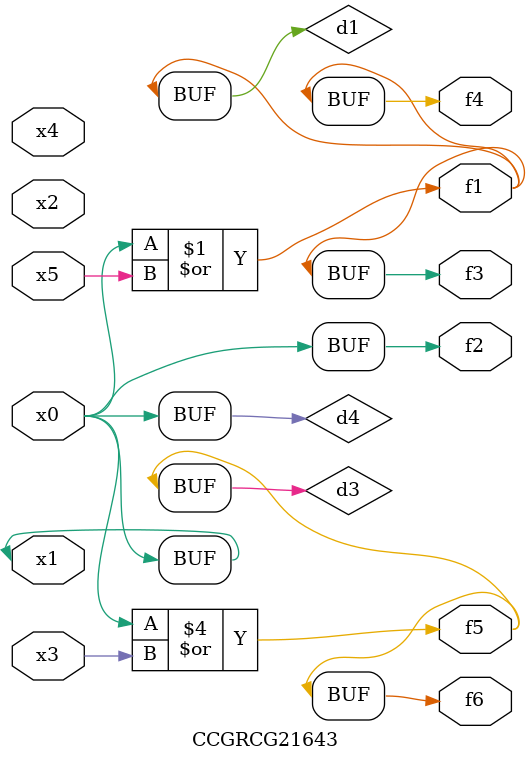
<source format=v>
module CCGRCG21643(
	input x0, x1, x2, x3, x4, x5,
	output f1, f2, f3, f4, f5, f6
);

	wire d1, d2, d3, d4;

	or (d1, x0, x5);
	xnor (d2, x1, x4);
	or (d3, x0, x3);
	buf (d4, x0, x1);
	assign f1 = d1;
	assign f2 = d4;
	assign f3 = d1;
	assign f4 = d1;
	assign f5 = d3;
	assign f6 = d3;
endmodule

</source>
